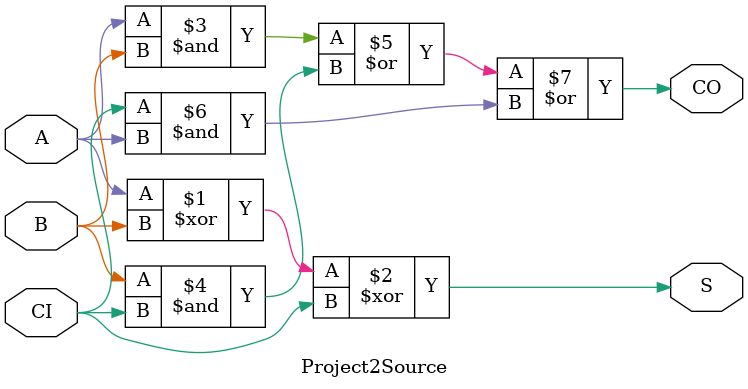
<source format=v>
`timescale 1ns / 1ps

//Full Adder //1 bit
module Project2Source(
    input A,
    input B,
    input CI,
    output S,
    output CO
    );
    
    
    assign S=(A^B^CI);
    assign CO=(A&B)|(B&CI)|(CI&A);

endmodule

</source>
